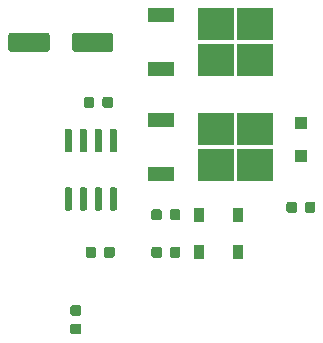
<source format=gbr>
G04 #@! TF.GenerationSoftware,KiCad,Pcbnew,(5.1.5)-3*
G04 #@! TF.CreationDate,2020-09-19T18:20:04+02:00*
G04 #@! TF.ProjectId,PedalCtrl,50656461-6c43-4747-926c-2e6b69636164,v0.0*
G04 #@! TF.SameCoordinates,Original*
G04 #@! TF.FileFunction,Paste,Top*
G04 #@! TF.FilePolarity,Positive*
%FSLAX46Y46*%
G04 Gerber Fmt 4.6, Leading zero omitted, Abs format (unit mm)*
G04 Created by KiCad (PCBNEW (5.1.5)-3) date 2020-09-19 18:20:04*
%MOMM*%
%LPD*%
G04 APERTURE LIST*
%ADD10C,0.100000*%
%ADD11R,3.050000X2.750000*%
%ADD12R,2.200000X1.200000*%
%ADD13R,1.100000X1.100000*%
%ADD14R,0.900000X1.200000*%
G04 APERTURE END LIST*
D10*
G36*
X172249703Y-49760722D02*
G01*
X172264264Y-49762882D01*
X172278543Y-49766459D01*
X172292403Y-49771418D01*
X172305710Y-49777712D01*
X172318336Y-49785280D01*
X172330159Y-49794048D01*
X172341066Y-49803934D01*
X172350952Y-49814841D01*
X172359720Y-49826664D01*
X172367288Y-49839290D01*
X172373582Y-49852597D01*
X172378541Y-49866457D01*
X172382118Y-49880736D01*
X172384278Y-49895297D01*
X172385000Y-49910000D01*
X172385000Y-51560000D01*
X172384278Y-51574703D01*
X172382118Y-51589264D01*
X172378541Y-51603543D01*
X172373582Y-51617403D01*
X172367288Y-51630710D01*
X172359720Y-51643336D01*
X172350952Y-51655159D01*
X172341066Y-51666066D01*
X172330159Y-51675952D01*
X172318336Y-51684720D01*
X172305710Y-51692288D01*
X172292403Y-51698582D01*
X172278543Y-51703541D01*
X172264264Y-51707118D01*
X172249703Y-51709278D01*
X172235000Y-51710000D01*
X171935000Y-51710000D01*
X171920297Y-51709278D01*
X171905736Y-51707118D01*
X171891457Y-51703541D01*
X171877597Y-51698582D01*
X171864290Y-51692288D01*
X171851664Y-51684720D01*
X171839841Y-51675952D01*
X171828934Y-51666066D01*
X171819048Y-51655159D01*
X171810280Y-51643336D01*
X171802712Y-51630710D01*
X171796418Y-51617403D01*
X171791459Y-51603543D01*
X171787882Y-51589264D01*
X171785722Y-51574703D01*
X171785000Y-51560000D01*
X171785000Y-49910000D01*
X171785722Y-49895297D01*
X171787882Y-49880736D01*
X171791459Y-49866457D01*
X171796418Y-49852597D01*
X171802712Y-49839290D01*
X171810280Y-49826664D01*
X171819048Y-49814841D01*
X171828934Y-49803934D01*
X171839841Y-49794048D01*
X171851664Y-49785280D01*
X171864290Y-49777712D01*
X171877597Y-49771418D01*
X171891457Y-49766459D01*
X171905736Y-49762882D01*
X171920297Y-49760722D01*
X171935000Y-49760000D01*
X172235000Y-49760000D01*
X172249703Y-49760722D01*
G37*
G36*
X170979703Y-49760722D02*
G01*
X170994264Y-49762882D01*
X171008543Y-49766459D01*
X171022403Y-49771418D01*
X171035710Y-49777712D01*
X171048336Y-49785280D01*
X171060159Y-49794048D01*
X171071066Y-49803934D01*
X171080952Y-49814841D01*
X171089720Y-49826664D01*
X171097288Y-49839290D01*
X171103582Y-49852597D01*
X171108541Y-49866457D01*
X171112118Y-49880736D01*
X171114278Y-49895297D01*
X171115000Y-49910000D01*
X171115000Y-51560000D01*
X171114278Y-51574703D01*
X171112118Y-51589264D01*
X171108541Y-51603543D01*
X171103582Y-51617403D01*
X171097288Y-51630710D01*
X171089720Y-51643336D01*
X171080952Y-51655159D01*
X171071066Y-51666066D01*
X171060159Y-51675952D01*
X171048336Y-51684720D01*
X171035710Y-51692288D01*
X171022403Y-51698582D01*
X171008543Y-51703541D01*
X170994264Y-51707118D01*
X170979703Y-51709278D01*
X170965000Y-51710000D01*
X170665000Y-51710000D01*
X170650297Y-51709278D01*
X170635736Y-51707118D01*
X170621457Y-51703541D01*
X170607597Y-51698582D01*
X170594290Y-51692288D01*
X170581664Y-51684720D01*
X170569841Y-51675952D01*
X170558934Y-51666066D01*
X170549048Y-51655159D01*
X170540280Y-51643336D01*
X170532712Y-51630710D01*
X170526418Y-51617403D01*
X170521459Y-51603543D01*
X170517882Y-51589264D01*
X170515722Y-51574703D01*
X170515000Y-51560000D01*
X170515000Y-49910000D01*
X170515722Y-49895297D01*
X170517882Y-49880736D01*
X170521459Y-49866457D01*
X170526418Y-49852597D01*
X170532712Y-49839290D01*
X170540280Y-49826664D01*
X170549048Y-49814841D01*
X170558934Y-49803934D01*
X170569841Y-49794048D01*
X170581664Y-49785280D01*
X170594290Y-49777712D01*
X170607597Y-49771418D01*
X170621457Y-49766459D01*
X170635736Y-49762882D01*
X170650297Y-49760722D01*
X170665000Y-49760000D01*
X170965000Y-49760000D01*
X170979703Y-49760722D01*
G37*
G36*
X169709703Y-49760722D02*
G01*
X169724264Y-49762882D01*
X169738543Y-49766459D01*
X169752403Y-49771418D01*
X169765710Y-49777712D01*
X169778336Y-49785280D01*
X169790159Y-49794048D01*
X169801066Y-49803934D01*
X169810952Y-49814841D01*
X169819720Y-49826664D01*
X169827288Y-49839290D01*
X169833582Y-49852597D01*
X169838541Y-49866457D01*
X169842118Y-49880736D01*
X169844278Y-49895297D01*
X169845000Y-49910000D01*
X169845000Y-51560000D01*
X169844278Y-51574703D01*
X169842118Y-51589264D01*
X169838541Y-51603543D01*
X169833582Y-51617403D01*
X169827288Y-51630710D01*
X169819720Y-51643336D01*
X169810952Y-51655159D01*
X169801066Y-51666066D01*
X169790159Y-51675952D01*
X169778336Y-51684720D01*
X169765710Y-51692288D01*
X169752403Y-51698582D01*
X169738543Y-51703541D01*
X169724264Y-51707118D01*
X169709703Y-51709278D01*
X169695000Y-51710000D01*
X169395000Y-51710000D01*
X169380297Y-51709278D01*
X169365736Y-51707118D01*
X169351457Y-51703541D01*
X169337597Y-51698582D01*
X169324290Y-51692288D01*
X169311664Y-51684720D01*
X169299841Y-51675952D01*
X169288934Y-51666066D01*
X169279048Y-51655159D01*
X169270280Y-51643336D01*
X169262712Y-51630710D01*
X169256418Y-51617403D01*
X169251459Y-51603543D01*
X169247882Y-51589264D01*
X169245722Y-51574703D01*
X169245000Y-51560000D01*
X169245000Y-49910000D01*
X169245722Y-49895297D01*
X169247882Y-49880736D01*
X169251459Y-49866457D01*
X169256418Y-49852597D01*
X169262712Y-49839290D01*
X169270280Y-49826664D01*
X169279048Y-49814841D01*
X169288934Y-49803934D01*
X169299841Y-49794048D01*
X169311664Y-49785280D01*
X169324290Y-49777712D01*
X169337597Y-49771418D01*
X169351457Y-49766459D01*
X169365736Y-49762882D01*
X169380297Y-49760722D01*
X169395000Y-49760000D01*
X169695000Y-49760000D01*
X169709703Y-49760722D01*
G37*
G36*
X168439703Y-49760722D02*
G01*
X168454264Y-49762882D01*
X168468543Y-49766459D01*
X168482403Y-49771418D01*
X168495710Y-49777712D01*
X168508336Y-49785280D01*
X168520159Y-49794048D01*
X168531066Y-49803934D01*
X168540952Y-49814841D01*
X168549720Y-49826664D01*
X168557288Y-49839290D01*
X168563582Y-49852597D01*
X168568541Y-49866457D01*
X168572118Y-49880736D01*
X168574278Y-49895297D01*
X168575000Y-49910000D01*
X168575000Y-51560000D01*
X168574278Y-51574703D01*
X168572118Y-51589264D01*
X168568541Y-51603543D01*
X168563582Y-51617403D01*
X168557288Y-51630710D01*
X168549720Y-51643336D01*
X168540952Y-51655159D01*
X168531066Y-51666066D01*
X168520159Y-51675952D01*
X168508336Y-51684720D01*
X168495710Y-51692288D01*
X168482403Y-51698582D01*
X168468543Y-51703541D01*
X168454264Y-51707118D01*
X168439703Y-51709278D01*
X168425000Y-51710000D01*
X168125000Y-51710000D01*
X168110297Y-51709278D01*
X168095736Y-51707118D01*
X168081457Y-51703541D01*
X168067597Y-51698582D01*
X168054290Y-51692288D01*
X168041664Y-51684720D01*
X168029841Y-51675952D01*
X168018934Y-51666066D01*
X168009048Y-51655159D01*
X168000280Y-51643336D01*
X167992712Y-51630710D01*
X167986418Y-51617403D01*
X167981459Y-51603543D01*
X167977882Y-51589264D01*
X167975722Y-51574703D01*
X167975000Y-51560000D01*
X167975000Y-49910000D01*
X167975722Y-49895297D01*
X167977882Y-49880736D01*
X167981459Y-49866457D01*
X167986418Y-49852597D01*
X167992712Y-49839290D01*
X168000280Y-49826664D01*
X168009048Y-49814841D01*
X168018934Y-49803934D01*
X168029841Y-49794048D01*
X168041664Y-49785280D01*
X168054290Y-49777712D01*
X168067597Y-49771418D01*
X168081457Y-49766459D01*
X168095736Y-49762882D01*
X168110297Y-49760722D01*
X168125000Y-49760000D01*
X168425000Y-49760000D01*
X168439703Y-49760722D01*
G37*
G36*
X168439703Y-44810722D02*
G01*
X168454264Y-44812882D01*
X168468543Y-44816459D01*
X168482403Y-44821418D01*
X168495710Y-44827712D01*
X168508336Y-44835280D01*
X168520159Y-44844048D01*
X168531066Y-44853934D01*
X168540952Y-44864841D01*
X168549720Y-44876664D01*
X168557288Y-44889290D01*
X168563582Y-44902597D01*
X168568541Y-44916457D01*
X168572118Y-44930736D01*
X168574278Y-44945297D01*
X168575000Y-44960000D01*
X168575000Y-46610000D01*
X168574278Y-46624703D01*
X168572118Y-46639264D01*
X168568541Y-46653543D01*
X168563582Y-46667403D01*
X168557288Y-46680710D01*
X168549720Y-46693336D01*
X168540952Y-46705159D01*
X168531066Y-46716066D01*
X168520159Y-46725952D01*
X168508336Y-46734720D01*
X168495710Y-46742288D01*
X168482403Y-46748582D01*
X168468543Y-46753541D01*
X168454264Y-46757118D01*
X168439703Y-46759278D01*
X168425000Y-46760000D01*
X168125000Y-46760000D01*
X168110297Y-46759278D01*
X168095736Y-46757118D01*
X168081457Y-46753541D01*
X168067597Y-46748582D01*
X168054290Y-46742288D01*
X168041664Y-46734720D01*
X168029841Y-46725952D01*
X168018934Y-46716066D01*
X168009048Y-46705159D01*
X168000280Y-46693336D01*
X167992712Y-46680710D01*
X167986418Y-46667403D01*
X167981459Y-46653543D01*
X167977882Y-46639264D01*
X167975722Y-46624703D01*
X167975000Y-46610000D01*
X167975000Y-44960000D01*
X167975722Y-44945297D01*
X167977882Y-44930736D01*
X167981459Y-44916457D01*
X167986418Y-44902597D01*
X167992712Y-44889290D01*
X168000280Y-44876664D01*
X168009048Y-44864841D01*
X168018934Y-44853934D01*
X168029841Y-44844048D01*
X168041664Y-44835280D01*
X168054290Y-44827712D01*
X168067597Y-44821418D01*
X168081457Y-44816459D01*
X168095736Y-44812882D01*
X168110297Y-44810722D01*
X168125000Y-44810000D01*
X168425000Y-44810000D01*
X168439703Y-44810722D01*
G37*
G36*
X169709703Y-44810722D02*
G01*
X169724264Y-44812882D01*
X169738543Y-44816459D01*
X169752403Y-44821418D01*
X169765710Y-44827712D01*
X169778336Y-44835280D01*
X169790159Y-44844048D01*
X169801066Y-44853934D01*
X169810952Y-44864841D01*
X169819720Y-44876664D01*
X169827288Y-44889290D01*
X169833582Y-44902597D01*
X169838541Y-44916457D01*
X169842118Y-44930736D01*
X169844278Y-44945297D01*
X169845000Y-44960000D01*
X169845000Y-46610000D01*
X169844278Y-46624703D01*
X169842118Y-46639264D01*
X169838541Y-46653543D01*
X169833582Y-46667403D01*
X169827288Y-46680710D01*
X169819720Y-46693336D01*
X169810952Y-46705159D01*
X169801066Y-46716066D01*
X169790159Y-46725952D01*
X169778336Y-46734720D01*
X169765710Y-46742288D01*
X169752403Y-46748582D01*
X169738543Y-46753541D01*
X169724264Y-46757118D01*
X169709703Y-46759278D01*
X169695000Y-46760000D01*
X169395000Y-46760000D01*
X169380297Y-46759278D01*
X169365736Y-46757118D01*
X169351457Y-46753541D01*
X169337597Y-46748582D01*
X169324290Y-46742288D01*
X169311664Y-46734720D01*
X169299841Y-46725952D01*
X169288934Y-46716066D01*
X169279048Y-46705159D01*
X169270280Y-46693336D01*
X169262712Y-46680710D01*
X169256418Y-46667403D01*
X169251459Y-46653543D01*
X169247882Y-46639264D01*
X169245722Y-46624703D01*
X169245000Y-46610000D01*
X169245000Y-44960000D01*
X169245722Y-44945297D01*
X169247882Y-44930736D01*
X169251459Y-44916457D01*
X169256418Y-44902597D01*
X169262712Y-44889290D01*
X169270280Y-44876664D01*
X169279048Y-44864841D01*
X169288934Y-44853934D01*
X169299841Y-44844048D01*
X169311664Y-44835280D01*
X169324290Y-44827712D01*
X169337597Y-44821418D01*
X169351457Y-44816459D01*
X169365736Y-44812882D01*
X169380297Y-44810722D01*
X169395000Y-44810000D01*
X169695000Y-44810000D01*
X169709703Y-44810722D01*
G37*
G36*
X170979703Y-44810722D02*
G01*
X170994264Y-44812882D01*
X171008543Y-44816459D01*
X171022403Y-44821418D01*
X171035710Y-44827712D01*
X171048336Y-44835280D01*
X171060159Y-44844048D01*
X171071066Y-44853934D01*
X171080952Y-44864841D01*
X171089720Y-44876664D01*
X171097288Y-44889290D01*
X171103582Y-44902597D01*
X171108541Y-44916457D01*
X171112118Y-44930736D01*
X171114278Y-44945297D01*
X171115000Y-44960000D01*
X171115000Y-46610000D01*
X171114278Y-46624703D01*
X171112118Y-46639264D01*
X171108541Y-46653543D01*
X171103582Y-46667403D01*
X171097288Y-46680710D01*
X171089720Y-46693336D01*
X171080952Y-46705159D01*
X171071066Y-46716066D01*
X171060159Y-46725952D01*
X171048336Y-46734720D01*
X171035710Y-46742288D01*
X171022403Y-46748582D01*
X171008543Y-46753541D01*
X170994264Y-46757118D01*
X170979703Y-46759278D01*
X170965000Y-46760000D01*
X170665000Y-46760000D01*
X170650297Y-46759278D01*
X170635736Y-46757118D01*
X170621457Y-46753541D01*
X170607597Y-46748582D01*
X170594290Y-46742288D01*
X170581664Y-46734720D01*
X170569841Y-46725952D01*
X170558934Y-46716066D01*
X170549048Y-46705159D01*
X170540280Y-46693336D01*
X170532712Y-46680710D01*
X170526418Y-46667403D01*
X170521459Y-46653543D01*
X170517882Y-46639264D01*
X170515722Y-46624703D01*
X170515000Y-46610000D01*
X170515000Y-44960000D01*
X170515722Y-44945297D01*
X170517882Y-44930736D01*
X170521459Y-44916457D01*
X170526418Y-44902597D01*
X170532712Y-44889290D01*
X170540280Y-44876664D01*
X170549048Y-44864841D01*
X170558934Y-44853934D01*
X170569841Y-44844048D01*
X170581664Y-44835280D01*
X170594290Y-44827712D01*
X170607597Y-44821418D01*
X170621457Y-44816459D01*
X170635736Y-44812882D01*
X170650297Y-44810722D01*
X170665000Y-44810000D01*
X170965000Y-44810000D01*
X170979703Y-44810722D01*
G37*
G36*
X172249703Y-44810722D02*
G01*
X172264264Y-44812882D01*
X172278543Y-44816459D01*
X172292403Y-44821418D01*
X172305710Y-44827712D01*
X172318336Y-44835280D01*
X172330159Y-44844048D01*
X172341066Y-44853934D01*
X172350952Y-44864841D01*
X172359720Y-44876664D01*
X172367288Y-44889290D01*
X172373582Y-44902597D01*
X172378541Y-44916457D01*
X172382118Y-44930736D01*
X172384278Y-44945297D01*
X172385000Y-44960000D01*
X172385000Y-46610000D01*
X172384278Y-46624703D01*
X172382118Y-46639264D01*
X172378541Y-46653543D01*
X172373582Y-46667403D01*
X172367288Y-46680710D01*
X172359720Y-46693336D01*
X172350952Y-46705159D01*
X172341066Y-46716066D01*
X172330159Y-46725952D01*
X172318336Y-46734720D01*
X172305710Y-46742288D01*
X172292403Y-46748582D01*
X172278543Y-46753541D01*
X172264264Y-46757118D01*
X172249703Y-46759278D01*
X172235000Y-46760000D01*
X171935000Y-46760000D01*
X171920297Y-46759278D01*
X171905736Y-46757118D01*
X171891457Y-46753541D01*
X171877597Y-46748582D01*
X171864290Y-46742288D01*
X171851664Y-46734720D01*
X171839841Y-46725952D01*
X171828934Y-46716066D01*
X171819048Y-46705159D01*
X171810280Y-46693336D01*
X171802712Y-46680710D01*
X171796418Y-46667403D01*
X171791459Y-46653543D01*
X171787882Y-46639264D01*
X171785722Y-46624703D01*
X171785000Y-46610000D01*
X171785000Y-44960000D01*
X171785722Y-44945297D01*
X171787882Y-44930736D01*
X171791459Y-44916457D01*
X171796418Y-44902597D01*
X171802712Y-44889290D01*
X171810280Y-44876664D01*
X171819048Y-44864841D01*
X171828934Y-44853934D01*
X171839841Y-44844048D01*
X171851664Y-44835280D01*
X171864290Y-44827712D01*
X171877597Y-44821418D01*
X171891457Y-44816459D01*
X171905736Y-44812882D01*
X171920297Y-44810722D01*
X171935000Y-44810000D01*
X172235000Y-44810000D01*
X172249703Y-44810722D01*
G37*
D11*
X180765000Y-38990000D03*
X184115000Y-35940000D03*
X180765000Y-35940000D03*
X184115000Y-38990000D03*
D12*
X176140000Y-39745000D03*
X176140000Y-35185000D03*
D10*
G36*
X177557691Y-54771053D02*
G01*
X177578926Y-54774203D01*
X177599750Y-54779419D01*
X177619962Y-54786651D01*
X177639368Y-54795830D01*
X177657781Y-54806866D01*
X177675024Y-54819654D01*
X177690930Y-54834070D01*
X177705346Y-54849976D01*
X177718134Y-54867219D01*
X177729170Y-54885632D01*
X177738349Y-54905038D01*
X177745581Y-54925250D01*
X177750797Y-54946074D01*
X177753947Y-54967309D01*
X177755000Y-54988750D01*
X177755000Y-55501250D01*
X177753947Y-55522691D01*
X177750797Y-55543926D01*
X177745581Y-55564750D01*
X177738349Y-55584962D01*
X177729170Y-55604368D01*
X177718134Y-55622781D01*
X177705346Y-55640024D01*
X177690930Y-55655930D01*
X177675024Y-55670346D01*
X177657781Y-55683134D01*
X177639368Y-55694170D01*
X177619962Y-55703349D01*
X177599750Y-55710581D01*
X177578926Y-55715797D01*
X177557691Y-55718947D01*
X177536250Y-55720000D01*
X177098750Y-55720000D01*
X177077309Y-55718947D01*
X177056074Y-55715797D01*
X177035250Y-55710581D01*
X177015038Y-55703349D01*
X176995632Y-55694170D01*
X176977219Y-55683134D01*
X176959976Y-55670346D01*
X176944070Y-55655930D01*
X176929654Y-55640024D01*
X176916866Y-55622781D01*
X176905830Y-55604368D01*
X176896651Y-55584962D01*
X176889419Y-55564750D01*
X176884203Y-55543926D01*
X176881053Y-55522691D01*
X176880000Y-55501250D01*
X176880000Y-54988750D01*
X176881053Y-54967309D01*
X176884203Y-54946074D01*
X176889419Y-54925250D01*
X176896651Y-54905038D01*
X176905830Y-54885632D01*
X176916866Y-54867219D01*
X176929654Y-54849976D01*
X176944070Y-54834070D01*
X176959976Y-54819654D01*
X176977219Y-54806866D01*
X176995632Y-54795830D01*
X177015038Y-54786651D01*
X177035250Y-54779419D01*
X177056074Y-54774203D01*
X177077309Y-54771053D01*
X177098750Y-54770000D01*
X177536250Y-54770000D01*
X177557691Y-54771053D01*
G37*
G36*
X175982691Y-54771053D02*
G01*
X176003926Y-54774203D01*
X176024750Y-54779419D01*
X176044962Y-54786651D01*
X176064368Y-54795830D01*
X176082781Y-54806866D01*
X176100024Y-54819654D01*
X176115930Y-54834070D01*
X176130346Y-54849976D01*
X176143134Y-54867219D01*
X176154170Y-54885632D01*
X176163349Y-54905038D01*
X176170581Y-54925250D01*
X176175797Y-54946074D01*
X176178947Y-54967309D01*
X176180000Y-54988750D01*
X176180000Y-55501250D01*
X176178947Y-55522691D01*
X176175797Y-55543926D01*
X176170581Y-55564750D01*
X176163349Y-55584962D01*
X176154170Y-55604368D01*
X176143134Y-55622781D01*
X176130346Y-55640024D01*
X176115930Y-55655930D01*
X176100024Y-55670346D01*
X176082781Y-55683134D01*
X176064368Y-55694170D01*
X176044962Y-55703349D01*
X176024750Y-55710581D01*
X176003926Y-55715797D01*
X175982691Y-55718947D01*
X175961250Y-55720000D01*
X175523750Y-55720000D01*
X175502309Y-55718947D01*
X175481074Y-55715797D01*
X175460250Y-55710581D01*
X175440038Y-55703349D01*
X175420632Y-55694170D01*
X175402219Y-55683134D01*
X175384976Y-55670346D01*
X175369070Y-55655930D01*
X175354654Y-55640024D01*
X175341866Y-55622781D01*
X175330830Y-55604368D01*
X175321651Y-55584962D01*
X175314419Y-55564750D01*
X175309203Y-55543926D01*
X175306053Y-55522691D01*
X175305000Y-55501250D01*
X175305000Y-54988750D01*
X175306053Y-54967309D01*
X175309203Y-54946074D01*
X175314419Y-54925250D01*
X175321651Y-54905038D01*
X175330830Y-54885632D01*
X175341866Y-54867219D01*
X175354654Y-54849976D01*
X175369070Y-54834070D01*
X175384976Y-54819654D01*
X175402219Y-54806866D01*
X175420632Y-54795830D01*
X175440038Y-54786651D01*
X175460250Y-54779419D01*
X175481074Y-54774203D01*
X175502309Y-54771053D01*
X175523750Y-54770000D01*
X175961250Y-54770000D01*
X175982691Y-54771053D01*
G37*
G36*
X171995191Y-54771053D02*
G01*
X172016426Y-54774203D01*
X172037250Y-54779419D01*
X172057462Y-54786651D01*
X172076868Y-54795830D01*
X172095281Y-54806866D01*
X172112524Y-54819654D01*
X172128430Y-54834070D01*
X172142846Y-54849976D01*
X172155634Y-54867219D01*
X172166670Y-54885632D01*
X172175849Y-54905038D01*
X172183081Y-54925250D01*
X172188297Y-54946074D01*
X172191447Y-54967309D01*
X172192500Y-54988750D01*
X172192500Y-55501250D01*
X172191447Y-55522691D01*
X172188297Y-55543926D01*
X172183081Y-55564750D01*
X172175849Y-55584962D01*
X172166670Y-55604368D01*
X172155634Y-55622781D01*
X172142846Y-55640024D01*
X172128430Y-55655930D01*
X172112524Y-55670346D01*
X172095281Y-55683134D01*
X172076868Y-55694170D01*
X172057462Y-55703349D01*
X172037250Y-55710581D01*
X172016426Y-55715797D01*
X171995191Y-55718947D01*
X171973750Y-55720000D01*
X171536250Y-55720000D01*
X171514809Y-55718947D01*
X171493574Y-55715797D01*
X171472750Y-55710581D01*
X171452538Y-55703349D01*
X171433132Y-55694170D01*
X171414719Y-55683134D01*
X171397476Y-55670346D01*
X171381570Y-55655930D01*
X171367154Y-55640024D01*
X171354366Y-55622781D01*
X171343330Y-55604368D01*
X171334151Y-55584962D01*
X171326919Y-55564750D01*
X171321703Y-55543926D01*
X171318553Y-55522691D01*
X171317500Y-55501250D01*
X171317500Y-54988750D01*
X171318553Y-54967309D01*
X171321703Y-54946074D01*
X171326919Y-54925250D01*
X171334151Y-54905038D01*
X171343330Y-54885632D01*
X171354366Y-54867219D01*
X171367154Y-54849976D01*
X171381570Y-54834070D01*
X171397476Y-54819654D01*
X171414719Y-54806866D01*
X171433132Y-54795830D01*
X171452538Y-54786651D01*
X171472750Y-54779419D01*
X171493574Y-54774203D01*
X171514809Y-54771053D01*
X171536250Y-54770000D01*
X171973750Y-54770000D01*
X171995191Y-54771053D01*
G37*
G36*
X170420191Y-54771053D02*
G01*
X170441426Y-54774203D01*
X170462250Y-54779419D01*
X170482462Y-54786651D01*
X170501868Y-54795830D01*
X170520281Y-54806866D01*
X170537524Y-54819654D01*
X170553430Y-54834070D01*
X170567846Y-54849976D01*
X170580634Y-54867219D01*
X170591670Y-54885632D01*
X170600849Y-54905038D01*
X170608081Y-54925250D01*
X170613297Y-54946074D01*
X170616447Y-54967309D01*
X170617500Y-54988750D01*
X170617500Y-55501250D01*
X170616447Y-55522691D01*
X170613297Y-55543926D01*
X170608081Y-55564750D01*
X170600849Y-55584962D01*
X170591670Y-55604368D01*
X170580634Y-55622781D01*
X170567846Y-55640024D01*
X170553430Y-55655930D01*
X170537524Y-55670346D01*
X170520281Y-55683134D01*
X170501868Y-55694170D01*
X170482462Y-55703349D01*
X170462250Y-55710581D01*
X170441426Y-55715797D01*
X170420191Y-55718947D01*
X170398750Y-55720000D01*
X169961250Y-55720000D01*
X169939809Y-55718947D01*
X169918574Y-55715797D01*
X169897750Y-55710581D01*
X169877538Y-55703349D01*
X169858132Y-55694170D01*
X169839719Y-55683134D01*
X169822476Y-55670346D01*
X169806570Y-55655930D01*
X169792154Y-55640024D01*
X169779366Y-55622781D01*
X169768330Y-55604368D01*
X169759151Y-55584962D01*
X169751919Y-55564750D01*
X169746703Y-55543926D01*
X169743553Y-55522691D01*
X169742500Y-55501250D01*
X169742500Y-54988750D01*
X169743553Y-54967309D01*
X169746703Y-54946074D01*
X169751919Y-54925250D01*
X169759151Y-54905038D01*
X169768330Y-54885632D01*
X169779366Y-54867219D01*
X169792154Y-54849976D01*
X169806570Y-54834070D01*
X169822476Y-54819654D01*
X169839719Y-54806866D01*
X169858132Y-54795830D01*
X169877538Y-54786651D01*
X169897750Y-54779419D01*
X169918574Y-54774203D01*
X169939809Y-54771053D01*
X169961250Y-54770000D01*
X170398750Y-54770000D01*
X170420191Y-54771053D01*
G37*
G36*
X177557691Y-51596053D02*
G01*
X177578926Y-51599203D01*
X177599750Y-51604419D01*
X177619962Y-51611651D01*
X177639368Y-51620830D01*
X177657781Y-51631866D01*
X177675024Y-51644654D01*
X177690930Y-51659070D01*
X177705346Y-51674976D01*
X177718134Y-51692219D01*
X177729170Y-51710632D01*
X177738349Y-51730038D01*
X177745581Y-51750250D01*
X177750797Y-51771074D01*
X177753947Y-51792309D01*
X177755000Y-51813750D01*
X177755000Y-52326250D01*
X177753947Y-52347691D01*
X177750797Y-52368926D01*
X177745581Y-52389750D01*
X177738349Y-52409962D01*
X177729170Y-52429368D01*
X177718134Y-52447781D01*
X177705346Y-52465024D01*
X177690930Y-52480930D01*
X177675024Y-52495346D01*
X177657781Y-52508134D01*
X177639368Y-52519170D01*
X177619962Y-52528349D01*
X177599750Y-52535581D01*
X177578926Y-52540797D01*
X177557691Y-52543947D01*
X177536250Y-52545000D01*
X177098750Y-52545000D01*
X177077309Y-52543947D01*
X177056074Y-52540797D01*
X177035250Y-52535581D01*
X177015038Y-52528349D01*
X176995632Y-52519170D01*
X176977219Y-52508134D01*
X176959976Y-52495346D01*
X176944070Y-52480930D01*
X176929654Y-52465024D01*
X176916866Y-52447781D01*
X176905830Y-52429368D01*
X176896651Y-52409962D01*
X176889419Y-52389750D01*
X176884203Y-52368926D01*
X176881053Y-52347691D01*
X176880000Y-52326250D01*
X176880000Y-51813750D01*
X176881053Y-51792309D01*
X176884203Y-51771074D01*
X176889419Y-51750250D01*
X176896651Y-51730038D01*
X176905830Y-51710632D01*
X176916866Y-51692219D01*
X176929654Y-51674976D01*
X176944070Y-51659070D01*
X176959976Y-51644654D01*
X176977219Y-51631866D01*
X176995632Y-51620830D01*
X177015038Y-51611651D01*
X177035250Y-51604419D01*
X177056074Y-51599203D01*
X177077309Y-51596053D01*
X177098750Y-51595000D01*
X177536250Y-51595000D01*
X177557691Y-51596053D01*
G37*
G36*
X175982691Y-51596053D02*
G01*
X176003926Y-51599203D01*
X176024750Y-51604419D01*
X176044962Y-51611651D01*
X176064368Y-51620830D01*
X176082781Y-51631866D01*
X176100024Y-51644654D01*
X176115930Y-51659070D01*
X176130346Y-51674976D01*
X176143134Y-51692219D01*
X176154170Y-51710632D01*
X176163349Y-51730038D01*
X176170581Y-51750250D01*
X176175797Y-51771074D01*
X176178947Y-51792309D01*
X176180000Y-51813750D01*
X176180000Y-52326250D01*
X176178947Y-52347691D01*
X176175797Y-52368926D01*
X176170581Y-52389750D01*
X176163349Y-52409962D01*
X176154170Y-52429368D01*
X176143134Y-52447781D01*
X176130346Y-52465024D01*
X176115930Y-52480930D01*
X176100024Y-52495346D01*
X176082781Y-52508134D01*
X176064368Y-52519170D01*
X176044962Y-52528349D01*
X176024750Y-52535581D01*
X176003926Y-52540797D01*
X175982691Y-52543947D01*
X175961250Y-52545000D01*
X175523750Y-52545000D01*
X175502309Y-52543947D01*
X175481074Y-52540797D01*
X175460250Y-52535581D01*
X175440038Y-52528349D01*
X175420632Y-52519170D01*
X175402219Y-52508134D01*
X175384976Y-52495346D01*
X175369070Y-52480930D01*
X175354654Y-52465024D01*
X175341866Y-52447781D01*
X175330830Y-52429368D01*
X175321651Y-52409962D01*
X175314419Y-52389750D01*
X175309203Y-52368926D01*
X175306053Y-52347691D01*
X175305000Y-52326250D01*
X175305000Y-51813750D01*
X175306053Y-51792309D01*
X175309203Y-51771074D01*
X175314419Y-51750250D01*
X175321651Y-51730038D01*
X175330830Y-51710632D01*
X175341866Y-51692219D01*
X175354654Y-51674976D01*
X175369070Y-51659070D01*
X175384976Y-51644654D01*
X175402219Y-51631866D01*
X175420632Y-51620830D01*
X175440038Y-51611651D01*
X175460250Y-51604419D01*
X175481074Y-51599203D01*
X175502309Y-51596053D01*
X175523750Y-51595000D01*
X175961250Y-51595000D01*
X175982691Y-51596053D01*
G37*
G36*
X169187691Y-61311053D02*
G01*
X169208926Y-61314203D01*
X169229750Y-61319419D01*
X169249962Y-61326651D01*
X169269368Y-61335830D01*
X169287781Y-61346866D01*
X169305024Y-61359654D01*
X169320930Y-61374070D01*
X169335346Y-61389976D01*
X169348134Y-61407219D01*
X169359170Y-61425632D01*
X169368349Y-61445038D01*
X169375581Y-61465250D01*
X169380797Y-61486074D01*
X169383947Y-61507309D01*
X169385000Y-61528750D01*
X169385000Y-61966250D01*
X169383947Y-61987691D01*
X169380797Y-62008926D01*
X169375581Y-62029750D01*
X169368349Y-62049962D01*
X169359170Y-62069368D01*
X169348134Y-62087781D01*
X169335346Y-62105024D01*
X169320930Y-62120930D01*
X169305024Y-62135346D01*
X169287781Y-62148134D01*
X169269368Y-62159170D01*
X169249962Y-62168349D01*
X169229750Y-62175581D01*
X169208926Y-62180797D01*
X169187691Y-62183947D01*
X169166250Y-62185000D01*
X168653750Y-62185000D01*
X168632309Y-62183947D01*
X168611074Y-62180797D01*
X168590250Y-62175581D01*
X168570038Y-62168349D01*
X168550632Y-62159170D01*
X168532219Y-62148134D01*
X168514976Y-62135346D01*
X168499070Y-62120930D01*
X168484654Y-62105024D01*
X168471866Y-62087781D01*
X168460830Y-62069368D01*
X168451651Y-62049962D01*
X168444419Y-62029750D01*
X168439203Y-62008926D01*
X168436053Y-61987691D01*
X168435000Y-61966250D01*
X168435000Y-61528750D01*
X168436053Y-61507309D01*
X168439203Y-61486074D01*
X168444419Y-61465250D01*
X168451651Y-61445038D01*
X168460830Y-61425632D01*
X168471866Y-61407219D01*
X168484654Y-61389976D01*
X168499070Y-61374070D01*
X168514976Y-61359654D01*
X168532219Y-61346866D01*
X168550632Y-61335830D01*
X168570038Y-61326651D01*
X168590250Y-61319419D01*
X168611074Y-61314203D01*
X168632309Y-61311053D01*
X168653750Y-61310000D01*
X169166250Y-61310000D01*
X169187691Y-61311053D01*
G37*
G36*
X169187691Y-59736053D02*
G01*
X169208926Y-59739203D01*
X169229750Y-59744419D01*
X169249962Y-59751651D01*
X169269368Y-59760830D01*
X169287781Y-59771866D01*
X169305024Y-59784654D01*
X169320930Y-59799070D01*
X169335346Y-59814976D01*
X169348134Y-59832219D01*
X169359170Y-59850632D01*
X169368349Y-59870038D01*
X169375581Y-59890250D01*
X169380797Y-59911074D01*
X169383947Y-59932309D01*
X169385000Y-59953750D01*
X169385000Y-60391250D01*
X169383947Y-60412691D01*
X169380797Y-60433926D01*
X169375581Y-60454750D01*
X169368349Y-60474962D01*
X169359170Y-60494368D01*
X169348134Y-60512781D01*
X169335346Y-60530024D01*
X169320930Y-60545930D01*
X169305024Y-60560346D01*
X169287781Y-60573134D01*
X169269368Y-60584170D01*
X169249962Y-60593349D01*
X169229750Y-60600581D01*
X169208926Y-60605797D01*
X169187691Y-60608947D01*
X169166250Y-60610000D01*
X168653750Y-60610000D01*
X168632309Y-60608947D01*
X168611074Y-60605797D01*
X168590250Y-60600581D01*
X168570038Y-60593349D01*
X168550632Y-60584170D01*
X168532219Y-60573134D01*
X168514976Y-60560346D01*
X168499070Y-60545930D01*
X168484654Y-60530024D01*
X168471866Y-60512781D01*
X168460830Y-60494368D01*
X168451651Y-60474962D01*
X168444419Y-60454750D01*
X168439203Y-60433926D01*
X168436053Y-60412691D01*
X168435000Y-60391250D01*
X168435000Y-59953750D01*
X168436053Y-59932309D01*
X168439203Y-59911074D01*
X168444419Y-59890250D01*
X168451651Y-59870038D01*
X168460830Y-59850632D01*
X168471866Y-59832219D01*
X168484654Y-59814976D01*
X168499070Y-59799070D01*
X168514976Y-59784654D01*
X168532219Y-59771866D01*
X168550632Y-59760830D01*
X168570038Y-59751651D01*
X168590250Y-59744419D01*
X168611074Y-59739203D01*
X168632309Y-59736053D01*
X168653750Y-59735000D01*
X169166250Y-59735000D01*
X169187691Y-59736053D01*
G37*
D11*
X180765000Y-47880000D03*
X184115000Y-44830000D03*
X180765000Y-44830000D03*
X184115000Y-47880000D03*
D12*
X176140000Y-48635000D03*
X176140000Y-44075000D03*
D13*
X187960000Y-47120000D03*
X187960000Y-44320000D03*
D14*
X182625000Y-55245000D03*
X179325000Y-55245000D03*
X179325000Y-52070000D03*
X182625000Y-52070000D03*
D10*
G36*
X170267691Y-42071053D02*
G01*
X170288926Y-42074203D01*
X170309750Y-42079419D01*
X170329962Y-42086651D01*
X170349368Y-42095830D01*
X170367781Y-42106866D01*
X170385024Y-42119654D01*
X170400930Y-42134070D01*
X170415346Y-42149976D01*
X170428134Y-42167219D01*
X170439170Y-42185632D01*
X170448349Y-42205038D01*
X170455581Y-42225250D01*
X170460797Y-42246074D01*
X170463947Y-42267309D01*
X170465000Y-42288750D01*
X170465000Y-42801250D01*
X170463947Y-42822691D01*
X170460797Y-42843926D01*
X170455581Y-42864750D01*
X170448349Y-42884962D01*
X170439170Y-42904368D01*
X170428134Y-42922781D01*
X170415346Y-42940024D01*
X170400930Y-42955930D01*
X170385024Y-42970346D01*
X170367781Y-42983134D01*
X170349368Y-42994170D01*
X170329962Y-43003349D01*
X170309750Y-43010581D01*
X170288926Y-43015797D01*
X170267691Y-43018947D01*
X170246250Y-43020000D01*
X169808750Y-43020000D01*
X169787309Y-43018947D01*
X169766074Y-43015797D01*
X169745250Y-43010581D01*
X169725038Y-43003349D01*
X169705632Y-42994170D01*
X169687219Y-42983134D01*
X169669976Y-42970346D01*
X169654070Y-42955930D01*
X169639654Y-42940024D01*
X169626866Y-42922781D01*
X169615830Y-42904368D01*
X169606651Y-42884962D01*
X169599419Y-42864750D01*
X169594203Y-42843926D01*
X169591053Y-42822691D01*
X169590000Y-42801250D01*
X169590000Y-42288750D01*
X169591053Y-42267309D01*
X169594203Y-42246074D01*
X169599419Y-42225250D01*
X169606651Y-42205038D01*
X169615830Y-42185632D01*
X169626866Y-42167219D01*
X169639654Y-42149976D01*
X169654070Y-42134070D01*
X169669976Y-42119654D01*
X169687219Y-42106866D01*
X169705632Y-42095830D01*
X169725038Y-42086651D01*
X169745250Y-42079419D01*
X169766074Y-42074203D01*
X169787309Y-42071053D01*
X169808750Y-42070000D01*
X170246250Y-42070000D01*
X170267691Y-42071053D01*
G37*
G36*
X171842691Y-42071053D02*
G01*
X171863926Y-42074203D01*
X171884750Y-42079419D01*
X171904962Y-42086651D01*
X171924368Y-42095830D01*
X171942781Y-42106866D01*
X171960024Y-42119654D01*
X171975930Y-42134070D01*
X171990346Y-42149976D01*
X172003134Y-42167219D01*
X172014170Y-42185632D01*
X172023349Y-42205038D01*
X172030581Y-42225250D01*
X172035797Y-42246074D01*
X172038947Y-42267309D01*
X172040000Y-42288750D01*
X172040000Y-42801250D01*
X172038947Y-42822691D01*
X172035797Y-42843926D01*
X172030581Y-42864750D01*
X172023349Y-42884962D01*
X172014170Y-42904368D01*
X172003134Y-42922781D01*
X171990346Y-42940024D01*
X171975930Y-42955930D01*
X171960024Y-42970346D01*
X171942781Y-42983134D01*
X171924368Y-42994170D01*
X171904962Y-43003349D01*
X171884750Y-43010581D01*
X171863926Y-43015797D01*
X171842691Y-43018947D01*
X171821250Y-43020000D01*
X171383750Y-43020000D01*
X171362309Y-43018947D01*
X171341074Y-43015797D01*
X171320250Y-43010581D01*
X171300038Y-43003349D01*
X171280632Y-42994170D01*
X171262219Y-42983134D01*
X171244976Y-42970346D01*
X171229070Y-42955930D01*
X171214654Y-42940024D01*
X171201866Y-42922781D01*
X171190830Y-42904368D01*
X171181651Y-42884962D01*
X171174419Y-42864750D01*
X171169203Y-42843926D01*
X171166053Y-42822691D01*
X171165000Y-42801250D01*
X171165000Y-42288750D01*
X171166053Y-42267309D01*
X171169203Y-42246074D01*
X171174419Y-42225250D01*
X171181651Y-42205038D01*
X171190830Y-42185632D01*
X171201866Y-42167219D01*
X171214654Y-42149976D01*
X171229070Y-42134070D01*
X171244976Y-42119654D01*
X171262219Y-42106866D01*
X171280632Y-42095830D01*
X171300038Y-42086651D01*
X171320250Y-42079419D01*
X171341074Y-42074203D01*
X171362309Y-42071053D01*
X171383750Y-42070000D01*
X171821250Y-42070000D01*
X171842691Y-42071053D01*
G37*
G36*
X188987691Y-50961053D02*
G01*
X189008926Y-50964203D01*
X189029750Y-50969419D01*
X189049962Y-50976651D01*
X189069368Y-50985830D01*
X189087781Y-50996866D01*
X189105024Y-51009654D01*
X189120930Y-51024070D01*
X189135346Y-51039976D01*
X189148134Y-51057219D01*
X189159170Y-51075632D01*
X189168349Y-51095038D01*
X189175581Y-51115250D01*
X189180797Y-51136074D01*
X189183947Y-51157309D01*
X189185000Y-51178750D01*
X189185000Y-51691250D01*
X189183947Y-51712691D01*
X189180797Y-51733926D01*
X189175581Y-51754750D01*
X189168349Y-51774962D01*
X189159170Y-51794368D01*
X189148134Y-51812781D01*
X189135346Y-51830024D01*
X189120930Y-51845930D01*
X189105024Y-51860346D01*
X189087781Y-51873134D01*
X189069368Y-51884170D01*
X189049962Y-51893349D01*
X189029750Y-51900581D01*
X189008926Y-51905797D01*
X188987691Y-51908947D01*
X188966250Y-51910000D01*
X188528750Y-51910000D01*
X188507309Y-51908947D01*
X188486074Y-51905797D01*
X188465250Y-51900581D01*
X188445038Y-51893349D01*
X188425632Y-51884170D01*
X188407219Y-51873134D01*
X188389976Y-51860346D01*
X188374070Y-51845930D01*
X188359654Y-51830024D01*
X188346866Y-51812781D01*
X188335830Y-51794368D01*
X188326651Y-51774962D01*
X188319419Y-51754750D01*
X188314203Y-51733926D01*
X188311053Y-51712691D01*
X188310000Y-51691250D01*
X188310000Y-51178750D01*
X188311053Y-51157309D01*
X188314203Y-51136074D01*
X188319419Y-51115250D01*
X188326651Y-51095038D01*
X188335830Y-51075632D01*
X188346866Y-51057219D01*
X188359654Y-51039976D01*
X188374070Y-51024070D01*
X188389976Y-51009654D01*
X188407219Y-50996866D01*
X188425632Y-50985830D01*
X188445038Y-50976651D01*
X188465250Y-50969419D01*
X188486074Y-50964203D01*
X188507309Y-50961053D01*
X188528750Y-50960000D01*
X188966250Y-50960000D01*
X188987691Y-50961053D01*
G37*
G36*
X187412691Y-50961053D02*
G01*
X187433926Y-50964203D01*
X187454750Y-50969419D01*
X187474962Y-50976651D01*
X187494368Y-50985830D01*
X187512781Y-50996866D01*
X187530024Y-51009654D01*
X187545930Y-51024070D01*
X187560346Y-51039976D01*
X187573134Y-51057219D01*
X187584170Y-51075632D01*
X187593349Y-51095038D01*
X187600581Y-51115250D01*
X187605797Y-51136074D01*
X187608947Y-51157309D01*
X187610000Y-51178750D01*
X187610000Y-51691250D01*
X187608947Y-51712691D01*
X187605797Y-51733926D01*
X187600581Y-51754750D01*
X187593349Y-51774962D01*
X187584170Y-51794368D01*
X187573134Y-51812781D01*
X187560346Y-51830024D01*
X187545930Y-51845930D01*
X187530024Y-51860346D01*
X187512781Y-51873134D01*
X187494368Y-51884170D01*
X187474962Y-51893349D01*
X187454750Y-51900581D01*
X187433926Y-51905797D01*
X187412691Y-51908947D01*
X187391250Y-51910000D01*
X186953750Y-51910000D01*
X186932309Y-51908947D01*
X186911074Y-51905797D01*
X186890250Y-51900581D01*
X186870038Y-51893349D01*
X186850632Y-51884170D01*
X186832219Y-51873134D01*
X186814976Y-51860346D01*
X186799070Y-51845930D01*
X186784654Y-51830024D01*
X186771866Y-51812781D01*
X186760830Y-51794368D01*
X186751651Y-51774962D01*
X186744419Y-51754750D01*
X186739203Y-51733926D01*
X186736053Y-51712691D01*
X186735000Y-51691250D01*
X186735000Y-51178750D01*
X186736053Y-51157309D01*
X186739203Y-51136074D01*
X186744419Y-51115250D01*
X186751651Y-51095038D01*
X186760830Y-51075632D01*
X186771866Y-51057219D01*
X186784654Y-51039976D01*
X186799070Y-51024070D01*
X186814976Y-51009654D01*
X186832219Y-50996866D01*
X186850632Y-50985830D01*
X186870038Y-50976651D01*
X186890250Y-50969419D01*
X186911074Y-50964203D01*
X186932309Y-50961053D01*
X186953750Y-50960000D01*
X187391250Y-50960000D01*
X187412691Y-50961053D01*
G37*
G36*
X166464504Y-36666204D02*
G01*
X166488773Y-36669804D01*
X166512571Y-36675765D01*
X166535671Y-36684030D01*
X166557849Y-36694520D01*
X166578893Y-36707133D01*
X166598598Y-36721747D01*
X166616777Y-36738223D01*
X166633253Y-36756402D01*
X166647867Y-36776107D01*
X166660480Y-36797151D01*
X166670970Y-36819329D01*
X166679235Y-36842429D01*
X166685196Y-36866227D01*
X166688796Y-36890496D01*
X166690000Y-36915000D01*
X166690000Y-38015000D01*
X166688796Y-38039504D01*
X166685196Y-38063773D01*
X166679235Y-38087571D01*
X166670970Y-38110671D01*
X166660480Y-38132849D01*
X166647867Y-38153893D01*
X166633253Y-38173598D01*
X166616777Y-38191777D01*
X166598598Y-38208253D01*
X166578893Y-38222867D01*
X166557849Y-38235480D01*
X166535671Y-38245970D01*
X166512571Y-38254235D01*
X166488773Y-38260196D01*
X166464504Y-38263796D01*
X166440000Y-38265000D01*
X163440000Y-38265000D01*
X163415496Y-38263796D01*
X163391227Y-38260196D01*
X163367429Y-38254235D01*
X163344329Y-38245970D01*
X163322151Y-38235480D01*
X163301107Y-38222867D01*
X163281402Y-38208253D01*
X163263223Y-38191777D01*
X163246747Y-38173598D01*
X163232133Y-38153893D01*
X163219520Y-38132849D01*
X163209030Y-38110671D01*
X163200765Y-38087571D01*
X163194804Y-38063773D01*
X163191204Y-38039504D01*
X163190000Y-38015000D01*
X163190000Y-36915000D01*
X163191204Y-36890496D01*
X163194804Y-36866227D01*
X163200765Y-36842429D01*
X163209030Y-36819329D01*
X163219520Y-36797151D01*
X163232133Y-36776107D01*
X163246747Y-36756402D01*
X163263223Y-36738223D01*
X163281402Y-36721747D01*
X163301107Y-36707133D01*
X163322151Y-36694520D01*
X163344329Y-36684030D01*
X163367429Y-36675765D01*
X163391227Y-36669804D01*
X163415496Y-36666204D01*
X163440000Y-36665000D01*
X166440000Y-36665000D01*
X166464504Y-36666204D01*
G37*
G36*
X171864504Y-36666204D02*
G01*
X171888773Y-36669804D01*
X171912571Y-36675765D01*
X171935671Y-36684030D01*
X171957849Y-36694520D01*
X171978893Y-36707133D01*
X171998598Y-36721747D01*
X172016777Y-36738223D01*
X172033253Y-36756402D01*
X172047867Y-36776107D01*
X172060480Y-36797151D01*
X172070970Y-36819329D01*
X172079235Y-36842429D01*
X172085196Y-36866227D01*
X172088796Y-36890496D01*
X172090000Y-36915000D01*
X172090000Y-38015000D01*
X172088796Y-38039504D01*
X172085196Y-38063773D01*
X172079235Y-38087571D01*
X172070970Y-38110671D01*
X172060480Y-38132849D01*
X172047867Y-38153893D01*
X172033253Y-38173598D01*
X172016777Y-38191777D01*
X171998598Y-38208253D01*
X171978893Y-38222867D01*
X171957849Y-38235480D01*
X171935671Y-38245970D01*
X171912571Y-38254235D01*
X171888773Y-38260196D01*
X171864504Y-38263796D01*
X171840000Y-38265000D01*
X168840000Y-38265000D01*
X168815496Y-38263796D01*
X168791227Y-38260196D01*
X168767429Y-38254235D01*
X168744329Y-38245970D01*
X168722151Y-38235480D01*
X168701107Y-38222867D01*
X168681402Y-38208253D01*
X168663223Y-38191777D01*
X168646747Y-38173598D01*
X168632133Y-38153893D01*
X168619520Y-38132849D01*
X168609030Y-38110671D01*
X168600765Y-38087571D01*
X168594804Y-38063773D01*
X168591204Y-38039504D01*
X168590000Y-38015000D01*
X168590000Y-36915000D01*
X168591204Y-36890496D01*
X168594804Y-36866227D01*
X168600765Y-36842429D01*
X168609030Y-36819329D01*
X168619520Y-36797151D01*
X168632133Y-36776107D01*
X168646747Y-36756402D01*
X168663223Y-36738223D01*
X168681402Y-36721747D01*
X168701107Y-36707133D01*
X168722151Y-36694520D01*
X168744329Y-36684030D01*
X168767429Y-36675765D01*
X168791227Y-36669804D01*
X168815496Y-36666204D01*
X168840000Y-36665000D01*
X171840000Y-36665000D01*
X171864504Y-36666204D01*
G37*
M02*

</source>
